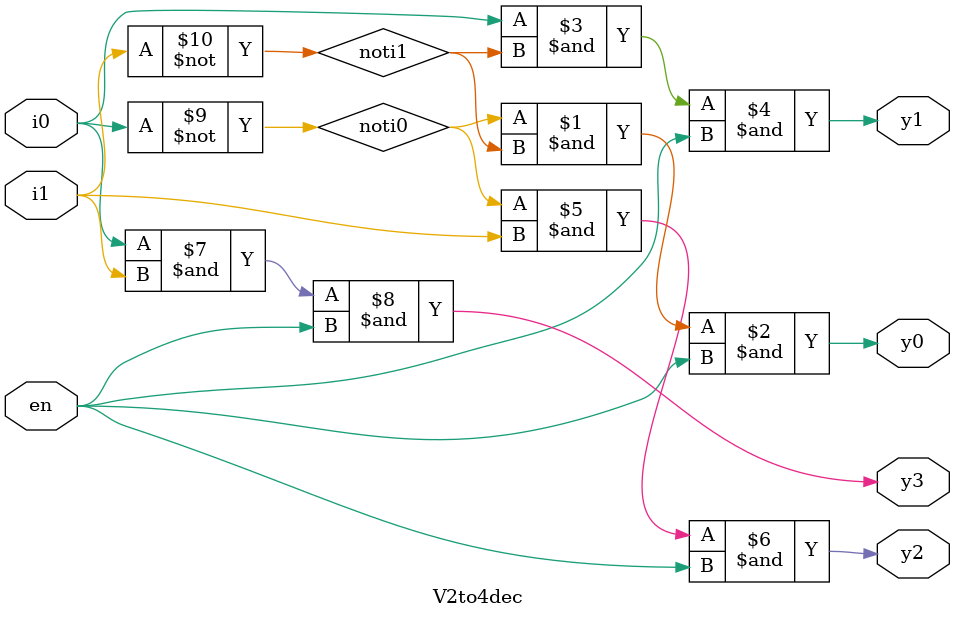
<source format=v>
module V2to4dec(i0, i1, en, y0, y1, y2, y3);
 input i0, i1, en;
 output y0, y1, y2, y3;
 wire noti0, noti1;

 not U1(noti0, i0); // not gate를 instance화 시켜서 U1이라는 이름을 붙여줌
 not U2(noti1, i1);

 and U3(y0, noti0, noti1, en);
 and U4(y1, i0, noti1, en);
 and U5(y2, noti0, i1, en);
 and U6(y3, i0, i1, en);

 endmodule
</source>
